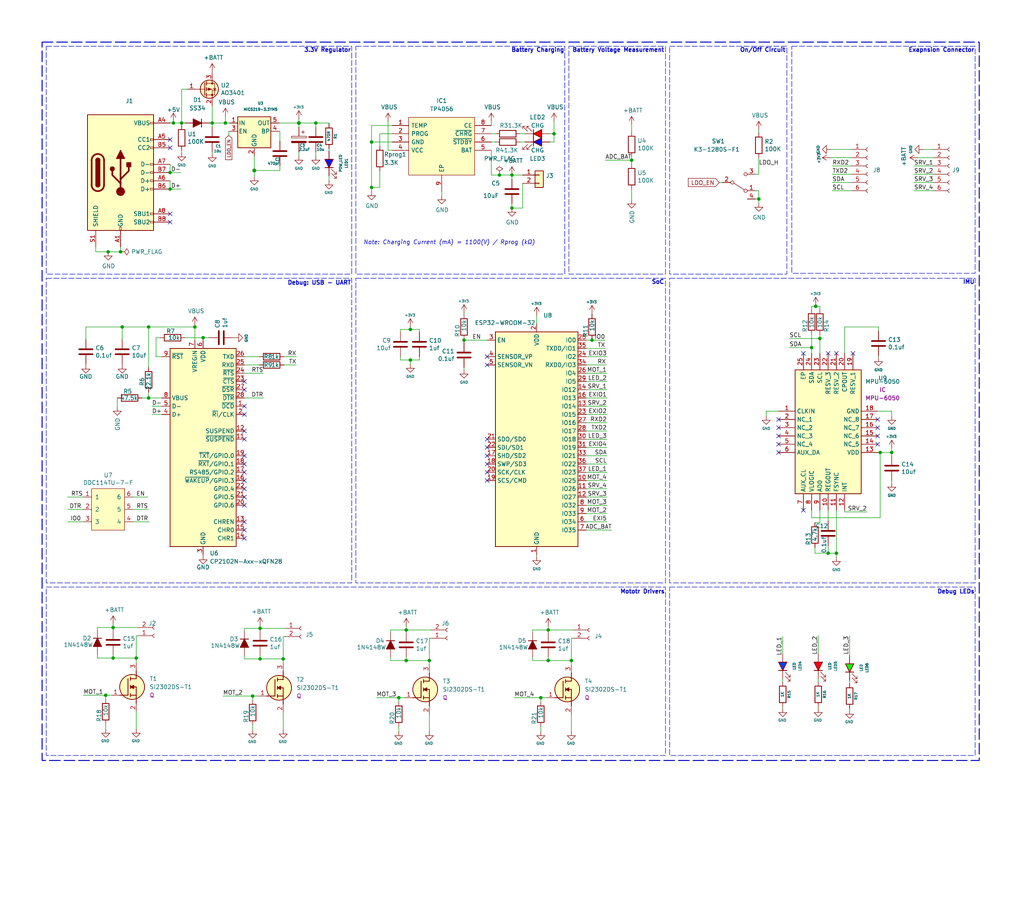
<source format=kicad_sch>
(kicad_sch (version 20231120) (generator "eeschema") (generator_version "8.0")
  (paper "User" 315.011 280.01)
  (title_block (title "ESP Drone") (date "2023-09-10") (rev "1.42b") (company "Jobit Joseph") (comment 1 " Semicon Media Pvt Ltd"))
  (junction (at 32.512 213.868))
  (junction (at 132.08 203.2))
  (junction (at 168.656 193.802))
  (junction (at 62.484 103.886))
  (junction (at 33.274 77.47))
  (junction (at 37.084 77.47))
  (junction (at 182.118 104.648))
  (junction (at 45.72 122.428))
  (junction (at 274.32 139.192))
  (junction (at 80.01 193.294))
  (junction (at 78.232 52.451) (diameter 1.016))
  (junction (at 170.434 41.148))
  (junction (at 166.37 214.63))
  (junction (at 52.324 53.086))
  (junction (at 41.91 202.438))
  (junction (at 97.155 37.846))
  (junction (at 55.88 37.846))
  (junction (at 194.31 49.276))
  (junction (at 124.968 203.2))
  (junction (at 270.764 139.192))
  (junction (at 175.768 203.2))
  (junction (at 252.222 104.14))
  (junction (at 153.67 53.848))
  (junction (at 91.948 37.846) (diameter 1.016))
  (junction (at 124.968 193.802))
  (junction (at 233.426 61.214))
  (junction (at 114.3 43.688))
  (junction (at 34.798 193.04))
  (junction (at 65.278 37.846))
  (junction (at 126.238 101.346))
  (junction (at 69.342 37.846))
  (junction (at 257.302 170.18))
  (junction (at 114.3 57.658))
  (junction (at 168.656 203.2))
  (junction (at 80.01 202.692))
  (junction (at 142.748 104.648))
  (junction (at 249.682 106.934))
  (junction (at 254.762 170.18))
  (junction (at 53.34 37.846))
  (junction (at 37.592 100.584))
  (junction (at 157.48 53.848))
  (junction (at 122.682 214.63))
  (junction (at 250.952 94.234))
  (junction (at 45.72 100.584))
  (junction (at 87.122 202.692))
  (junction (at 34.798 202.438))
  (junction (at 59.944 100.584))
  (junction (at 157.48 64.008))
  (junction (at 52.324 58.166))
  (junction (at 126.238 110.744))
  (junction (at 77.724 214.122))
  (no_connect (at 75.184 140.208))
  (no_connect (at 239.522 139.192))
  (no_connect (at 149.86 137.668))
  (no_connect (at 75.184 119.888))
  (no_connect (at 52.324 42.926))
  (no_connect (at 247.142 156.972))
  (no_connect (at 75.184 147.828))
  (no_connect (at 262.382 108.712))
  (no_connect (at 75.184 145.288))
  (no_connect (at 52.324 65.786))
  (no_connect (at 149.86 147.828))
  (no_connect (at 270.002 136.652))
  (no_connect (at 239.522 134.112))
  (no_connect (at 75.184 127.508))
  (no_connect (at 257.302 108.712))
  (no_connect (at 75.184 163.068))
  (no_connect (at 75.184 132.588))
  (no_connect (at 75.184 155.448))
  (no_connect (at 75.184 165.608))
  (no_connect (at 75.184 160.528))
  (no_connect (at 52.324 68.326))
  (no_connect (at 149.86 109.728))
  (no_connect (at 52.324 45.466))
  (no_connect (at 149.86 112.268))
  (no_connect (at 75.184 135.128))
  (no_connect (at 149.86 135.128))
  (no_connect (at 270.002 129.032))
  (no_connect (at 75.184 150.368))
  (no_connect (at 149.86 145.288))
  (no_connect (at 149.86 142.748))
  (no_connect (at 75.184 142.748))
  (no_connect (at 239.522 131.572))
  (no_connect (at 270.002 131.572))
  (no_connect (at 247.142 108.712))
  (no_connect (at 149.86 140.208))
  (no_connect (at 75.184 152.908))
  (no_connect (at 254.762 108.712))
  (no_connect (at 239.522 129.032))
  (no_connect (at 75.184 117.348))
  (no_connect (at 239.522 136.652))
  (no_connect (at 75.184 124.968))
  (no_connect (at 270.002 134.112))
  (wire (pts (xy 62.484 170.942) (xy 62.484 170.688)))
  (wire (pts (xy 41.91 195.58) (xy 41.91 202.438)))
  (wire (pts (xy 78.232 52.451) (xy 78.232 54.356)))
  (wire (pts (xy 186.69 157.988) (xy 180.34 157.988)))
  (wire (pts (xy 86.106 43.434) (xy 86.106 40.386)))
  (wire (pts (xy 256.032 53.594) (xy 261.874 53.594)))
  (wire (pts (xy 34.798 193.04) (xy 34.798 193.802)))
  (wire (pts (xy 116.84 57.658) (xy 114.3 57.658)))
  (wire (pts (xy 194.31 38.354) (xy 194.31 40.64)))
  (wire (pts (xy 48.006 109.728) (xy 49.784 109.728)))
  (wire (pts (xy 249.682 159.258) (xy 270.764 159.258)))
  (wire (pts (xy 252.222 108.712) (xy 252.222 104.14)))
  (wire (pts (xy 87.122 224.536) (xy 87.122 219.202)))
  (wire (pts (xy 240.792 195.834) (xy 240.792 201.168)))
  (wire (pts (xy 281.178 56.134) (xy 287.02 56.134)))
  (wire (pts (xy 186.182 104.648) (xy 182.118 104.648)))
  (wire (pts (xy 160.782 64.008) (xy 157.48 64.008)))
  (wire (pts (xy 251.714 208.788) (xy 251.714 209.804)))
  (wire (pts (xy 126.238 100.584) (xy 126.238 101.346)))
  (wire (pts (xy 168.656 203.2) (xy 163.83 203.2)))
  (wire (pts (xy 257.302 156.972) (xy 257.302 170.18)))
  (wire (pts (xy 163.83 193.802) (xy 163.83 194.564)))
  (wire (pts (xy 182.118 104.648) (xy 180.34 104.648)))
  (wire (pts (xy 57.658 27.432) (xy 55.88 27.432)))
  (wire (pts (xy 81.026 122.428) (xy 75.184 122.428)))
  (wire (pts (xy 186.69 150.368) (xy 180.34 150.368)))
  (wire (pts (xy 182.118 96.52) (xy 182.118 96.774)))
  (wire (pts (xy 77.724 214.122) (xy 77.724 215.392)))
  (wire (pts (xy 251.714 195.58) (xy 251.714 201.168)))
  (wire (pts (xy 186.69 135.128) (xy 180.34 135.128)))
  (wire (pts (xy 116.84 52.578) (xy 116.84 57.658)))
  (wire (pts (xy 123.19 110.744) (xy 126.238 110.744)))
  (wire (pts (xy 157.48 53.848) (xy 157.48 55.118)))
  (wire (pts (xy 186.182 49.276) (xy 194.31 49.276)))
  (wire (pts (xy 126.238 101.346) (xy 129.032 101.346)))
  (wire (pts (xy 114.3 38.608) (xy 114.3 43.688)))
  (wire (pts (xy 186.436 112.268) (xy 180.34 112.268)))
  (wire (pts (xy 165.1 97.028) (xy 165.1 99.568)))
  (wire (pts (xy 259.842 156.972) (xy 259.842 157.48)))
  (wire (pts (xy 40.894 160.528) (xy 45.974 160.528)))
  (wire (pts (xy 25.654 152.908) (xy 20.828 152.908)))
  (wire (pts (xy 29.972 193.04) (xy 34.798 193.04)))
  (wire (pts (xy 78.232 48.006) (xy 78.232 52.451)))
  (wire (pts (xy 65.278 37.846) (xy 69.342 37.846)))
  (wire (pts (xy 170.434 41.148) (xy 170.434 43.688)))
  (wire (pts (xy 64.262 103.886) (xy 62.484 103.886)))
  (wire (pts (xy 249.682 156.972) (xy 249.682 159.258)))
  (wire (pts (xy 240.792 208.788) (xy 240.792 209.804)))
  (wire (pts (xy 55.88 37.846) (xy 56.896 37.846)))
  (wire (pts (xy 120.142 193.802) (xy 120.142 194.564)))
  (wire (pts (xy 37.592 100.584) (xy 45.72 100.584)))
  (wire (pts (xy 55.88 46.99) (xy 55.88 46.228)))
  (wire (pts (xy 37.084 77.47) (xy 33.274 77.47)))
  (wire (pts (xy 157.48 53.848) (xy 160.782 53.848)))
  (wire (pts (xy 124.968 193.802) (xy 132.588 193.802)))
  (wire (pts (xy 91.948 46.736) (xy 91.948 48.006)))
  (wire (pts (xy 186.69 114.808) (xy 180.34 114.808)))
  (wire (pts (xy 80.01 193.294) (xy 80.01 194.056)))
  (wire (pts (xy 101.219 38.1) (xy 101.219 37.846)))
  (wire (pts (xy 87.122 195.834) (xy 87.63 195.834)))
  (wire (pts (xy 194.31 48.26) (xy 194.31 49.276)))
  (wire (pts (xy 34.29 213.868) (xy 32.512 213.868)))
  (wire (pts (xy 160.02 43.688) (xy 161.544 43.688)))
  (wire (pts (xy 37.592 112.268) (xy 37.592 112.014)))
  (wire (pts (xy 36.068 125.222) (xy 36.068 122.428)))
  (wire (pts (xy 49.276 103.886) (xy 48.006 103.886)))
  (wire (pts (xy 176.276 193.802) (xy 168.656 193.802)))
  (wire (pts (xy 79.502 214.122) (xy 77.724 214.122)))
  (wire (pts (xy 132.08 203.2) (xy 132.08 204.47)))
  (wire (pts (xy 186.69 160.528) (xy 180.34 160.528)))
  (wire (pts (xy 186.69 132.588) (xy 180.34 132.588)))
  (wire (pts (xy 116.84 41.148) (xy 120.65 41.148)))
  (wire (pts (xy 168.656 202.184) (xy 168.656 203.2)))
  (wire (pts (xy 274.32 148.59) (xy 274.32 147.828)))
  (wire (pts (xy 186.69 124.968) (xy 180.34 124.968)))
  (wire (pts (xy 115.824 214.63) (xy 122.682 214.63)))
  (wire (pts (xy 166.37 214.63) (xy 166.37 215.9)))
  (wire (pts (xy 186.69 155.448) (xy 180.34 155.448)))
  (wire (pts (xy 65.278 37.846) (xy 65.278 39.116)))
  (wire (pts (xy 70.358 41.656) (xy 70.358 40.386)))
  (wire (pts (xy 25.654 156.718) (xy 20.828 156.718)))
  (wire (pts (xy 29.972 193.04) (xy 29.972 193.802)))
  (wire (pts (xy 186.69 147.828) (xy 180.34 147.828)))
  (wire (pts (xy 45.72 100.584) (xy 45.72 113.03)))
  (wire (pts (xy 52.324 55.626) (xy 52.324 58.166)))
  (wire (pts (xy 129.032 101.346) (xy 129.032 102.108)))
  (wire (pts (xy 274.32 137.922) (xy 274.32 139.192)))
  (wire (pts (xy 186.69 109.728) (xy 180.34 109.728)))
  (wire (pts (xy 129.032 110.744) (xy 129.032 109.728)))
  (wire (pts (xy 257.302 171.45) (xy 257.302 170.18)))
  (wire (pts (xy 91.948 37.846) (xy 91.948 39.116)))
  (wire (pts (xy 270.002 139.192) (xy 270.764 139.192)))
  (wire (pts (xy 25.654 213.868) (xy 32.512 213.868)))
  (wire (pts (xy 87.63 193.294) (xy 80.01 193.294)))
  (wire (pts (xy 254.762 160.274) (xy 254.762 156.972)))
  (wire (pts (xy 120.65 38.608) (xy 114.3 38.608)))
  (wire (pts (xy 34.798 192.024) (xy 34.798 193.04)))
  (wire (pts (xy 151.13 41.148) (xy 152.4 41.148)))
  (wire (pts (xy 135.89 60.198) (xy 135.89 58.928)))
  (wire (pts (xy 151.13 37.338) (xy 151.13 38.608)))
  (wire (pts (xy 169.164 43.688) (xy 170.434 43.688)))
  (wire (pts (xy 45.72 100.584) (xy 59.944 100.584)))
  (wire (pts (xy 46.736 127.508) (xy 49.784 127.508)))
  (wire (pts (xy 186.69 122.428) (xy 180.34 122.428)))
  (wire (pts (xy 270.256 100.584) (xy 270.256 101.854)))
  (wire (pts (xy 119.38 37.338) (xy 119.38 46.228)))
  (wire (pts (xy 52.324 53.086) (xy 55.626 53.086)))
  (wire (pts (xy 186.69 152.908) (xy 180.34 152.908)))
  (wire (pts (xy 124.968 193.802) (xy 124.968 194.564)))
  (wire (pts (xy 40.894 152.908) (xy 45.466 152.908)))
  (wire (pts (xy 26.416 112.268) (xy 26.416 112.014)))
  (wire (pts (xy 59.944 100.584) (xy 59.944 104.648)))
  (wire (pts (xy 53.34 37.338) (xy 53.34 37.846)))
  (wire (pts (xy 124.968 193.802) (xy 120.142 193.802)))
  (wire (pts (xy 239.522 126.492) (xy 235.712 126.492)))
  (wire (pts (xy 65.278 22.098) (xy 65.278 22.352)))
  (wire (pts (xy 75.184 202.692) (xy 75.184 201.676)))
  (wire (pts (xy 32.512 224.282) (xy 32.512 222.758)))
  (wire (pts (xy 91.186 112.268) (xy 87.376 112.268)))
  (wire (pts (xy 124.46 214.63) (xy 122.682 214.63)))
  (wire (pts (xy 259.842 157.48) (xy 266.7 157.48)))
  (wire (pts (xy 142.748 113.792) (xy 142.748 113.03)))
  (wire (pts (xy 114.3 57.658) (xy 114.3 58.928)))
  (wire (pts (xy 249.682 94.234) (xy 250.952 94.234)))
  (wire (pts (xy 256.032 51.054) (xy 261.874 51.054)))
  (wire (pts (xy 132.08 225.044) (xy 132.08 219.71)))
  (wire (pts (xy 242.824 104.14) (xy 252.222 104.14)))
  (wire (pts (xy 80.01 192.532) (xy 80.01 193.294)))
  (wire (pts (xy 157.48 64.008) (xy 157.48 62.738)))
  (wire (pts (xy 68.58 214.122) (xy 77.724 214.122)))
  (wire (pts (xy 163.83 203.2) (xy 163.83 202.184)))
  (wire (pts (xy 101.219 54.102) (xy 101.219 55.626)))
  (wire (pts (xy 233.426 48.514) (xy 233.426 53.594)))
  (wire (pts (xy 252.222 95.25) (xy 252.222 94.234)))
  (wire (pts (xy 186.69 145.288) (xy 180.34 145.288)))
  (wire (pts (xy 79.756 109.728) (xy 75.184 109.728)))
  (wire (pts (xy 165.1 171.196) (xy 165.1 170.688)))
  (wire (pts (xy 41.91 224.282) (xy 41.91 218.948)))
  (wire (pts (xy 52.324 58.166) (xy 55.626 58.166)))
  (wire (pts (xy 282.448 48.514) (xy 287.02 48.514)))
  (wire (pts (xy 168.656 192.786) (xy 168.656 193.802)))
  (wire (pts (xy 41.91 202.438) (xy 34.798 202.438)))
  (wire (pts (xy 34.798 193.04) (xy 42.418 193.04)))
  (wire (pts (xy 281.178 51.054) (xy 287.02 51.054)))
  (wire (pts (xy 91.948 37.846) (xy 97.155 37.846)))
  (wire (pts (xy 194.31 49.276) (xy 194.31 50.546)))
  (wire (pts (xy 194.31 61.468) (xy 194.31 58.166)))
  (wire (pts (xy 274.32 128.016) (xy 274.32 126.492)))
  (wire (pts (xy 254.762 170.18) (xy 257.302 170.18)))
  (wire (pts (xy 70.358 40.386) (xy 70.612 40.386)))
  (wire (pts (xy 186.69 127.508) (xy 180.34 127.508)))
  (wire (pts (xy 274.32 139.192) (xy 274.32 140.208)))
  (wire (pts (xy 270.764 139.192) (xy 274.32 139.192)))
  (wire (pts (xy 86.106 51.054) (xy 86.106 52.451)))
  (wire (pts (xy 252.222 160.782) (xy 252.222 156.972)))
  (wire (pts (xy 132.588 196.342) (xy 132.08 196.342)))
  (wire (pts (xy 80.01 202.692) (xy 75.184 202.692)))
  (wire (pts (xy 175.768 203.2) (xy 168.656 203.2)))
  (wire (pts (xy 37.592 100.584) (xy 37.592 104.394)))
  (wire (pts (xy 80.01 201.676) (xy 80.01 202.692)))
  (wire (pts (xy 233.426 39.878) (xy 233.426 40.894)))
  (wire (pts (xy 249.682 102.87) (xy 249.682 106.934)))
  (wire (pts (xy 29.464 77.47) (xy 33.274 77.47)))
  (wire (pts (xy 142.748 104.394) (xy 142.748 104.648)))
  (wire (pts (xy 261.366 195.58) (xy 261.366 201.676)))
  (wire (pts (xy 142.748 104.648) (xy 149.86 104.648)))
  (wire (pts (xy 55.88 27.432) (xy 55.88 37.846)))
  (wire (pts (xy 26.416 104.394) (xy 26.416 100.584)))
  (wire (pts (xy 97.155 37.846) (xy 101.219 37.846)))
  (wire (pts (xy 242.824 106.934) (xy 249.682 106.934)))
  (wire (pts (xy 232.41 58.674) (xy 233.426 58.674)))
  (wire (pts (xy 142.748 104.648) (xy 142.748 105.41)))
  (wire (pts (xy 249.682 108.712) (xy 249.682 106.934)))
  (wire (pts (xy 46.736 124.968) (xy 49.784 124.968)))
  (wire (pts (xy 120.65 43.688) (xy 114.3 43.688)))
  (wire (pts (xy 29.972 202.438) (xy 29.972 201.422)))
  (wire (pts (xy 233.426 58.674) (xy 233.426 61.214)))
  (wire (pts (xy 250.698 160.782) (xy 252.222 160.782)))
  (wire (pts (xy 168.656 193.802) (xy 163.83 193.802)))
  (wire (pts (xy 186.69 140.208) (xy 180.34 140.208)))
  (wire (pts (xy 259.842 100.584) (xy 270.256 100.584)))
  (wire (pts (xy 232.41 61.214) (xy 233.426 61.214)))
  (wire (pts (xy 188.214 163.068) (xy 180.34 163.068)))
  (wire (pts (xy 124.968 203.2) (xy 120.142 203.2)))
  (wire (pts (xy 65.278 32.512) (xy 65.278 37.846)))
  (wire (pts (xy 186.182 107.188) (xy 180.34 107.188)))
  (wire (pts (xy 256.032 56.134) (xy 261.874 56.134)))
  (wire (pts (xy 43.688 122.428) (xy 45.72 122.428)))
  (wire (pts (xy 259.842 108.712) (xy 259.842 100.584)))
  (wire (pts (xy 41.91 202.438) (xy 41.91 203.708)))
  (wire (pts (xy 45.72 120.65) (xy 45.72 122.428)))
  (wire (pts (xy 32.512 213.868) (xy 32.512 215.138)))
  (wire (pts (xy 59.944 100.076) (xy 59.944 100.584)))
  (wire (pts (xy 56.896 103.886) (xy 62.484 103.886)))
  (wire (pts (xy 182.118 104.394) (xy 182.118 104.648)))
  (wire (pts (xy 274.32 126.492) (xy 270.002 126.492)))
  (wire (pts (xy 48.006 103.886) (xy 48.006 109.728)))
  (wire (pts (xy 186.69 119.888) (xy 180.34 119.888)))
  (wire (pts (xy 52.324 50.546) (xy 52.324 53.086)))
  (wire (pts (xy 77.724 224.536) (xy 77.724 223.012)))
  (wire (pts (xy 281.178 58.674) (xy 287.02 58.674)))
  (wire (pts (xy 86.106 52.451) (xy 78.232 52.451)))
  (wire (pts (xy 175.768 203.2) (xy 175.768 204.47)))
  (wire (pts (xy 250.698 168.402) (xy 250.698 170.18)))
  (wire (pts (xy 151.13 46.228) (xy 151.13 53.848)))
  (wire (pts (xy 116.84 44.958) (xy 116.84 41.148)))
  (wire (pts (xy 283.972 45.974) (xy 287.02 45.974)))
  (wire (pts (xy 249.682 95.25) (xy 249.682 94.234)))
  (wire (pts (xy 34.798 202.438) (xy 29.972 202.438)))
  (wire (pts (xy 42.418 195.58) (xy 41.91 195.58)))
  (wire (pts (xy 101.219 45.72) (xy 101.219 46.482)))
  (wire (pts (xy 69.342 37.846) (xy 70.612 37.846)))
  (wire (pts (xy 186.69 130.048) (xy 180.34 130.048)))
  (wire (pts (xy 45.72 122.428) (xy 49.784 122.428)))
  (wire (pts (xy 251.714 217.932) (xy 251.714 217.424)))
  (wire (pts (xy 123.19 101.346) (xy 126.238 101.346)))
  (wire (pts (xy 97.155 39.116) (xy 97.155 37.846)))
  (wire (pts (xy 86.106 40.386) (xy 85.852 40.386)))
  (wire (pts (xy 79.756 112.268) (xy 75.184 112.268)))
  (wire (pts (xy 158.242 214.63) (xy 166.37 214.63)))
  (wire (pts (xy 175.768 225.044) (xy 175.768 219.71)))
  (wire (pts (xy 52.324 37.846) (xy 53.34 37.846)))
  (wire (pts (xy 168.656 193.802) (xy 168.656 194.564)))
  (wire (pts (xy 87.122 202.692) (xy 80.01 202.692)))
  (wire (pts (xy 123.19 109.728) (xy 123.19 110.744)))
  (wire (pts (xy 114.3 43.688) (xy 114.3 57.658)))
  (wire (pts (xy 120.65 46.228) (xy 119.38 46.228)))
  (wire (pts (xy 29.464 75.946) (xy 29.464 77.47)))
  (wire (pts (xy 252.222 102.87) (xy 252.222 104.14)))
  (wire (pts (xy 34.798 201.422) (xy 34.798 202.438)))
  (wire (pts (xy 97.155 46.736) (xy 97.155 48.006)))
  (wire (pts (xy 255.524 45.974) (xy 261.874 45.974)))
  (wire (pts (xy 123.19 102.108) (xy 123.19 101.346)))
  (wire (pts (xy 124.968 192.786) (xy 124.968 193.802)))
  (wire (pts (xy 91.186 109.728) (xy 87.376 109.728)))
  (wire (pts (xy 75.184 193.294) (xy 75.184 194.056)))
  (wire (pts (xy 72.136 103.886) (xy 71.882 103.886)))
  (wire (pts (xy 175.768 196.342) (xy 176.276 196.342)))
  (wire (pts (xy 232.41 53.594) (xy 233.426 53.594)))
  (wire (pts (xy 175.768 196.342) (xy 175.768 203.2)))
  (wire (pts (xy 37.084 75.946) (xy 37.084 77.47)))
  (wire (pts (xy 170.434 37.338) (xy 170.434 41.148)))
  (wire (pts (xy 270.764 159.258) (xy 270.764 139.192)))
  (wire (pts (xy 80.01 193.294) (xy 75.184 193.294)))
  (wire (pts (xy 87.122 195.834) (xy 87.122 202.692)))
  (wire (pts (xy 166.37 225.044) (xy 166.37 223.52)))
  (wire (pts (xy 169.164 41.148) (xy 170.434 41.148)))
  (wire (pts (xy 124.968 202.184) (xy 124.968 203.2)))
  (wire (pts (xy 281.178 53.594) (xy 287.02 53.594)))
  (wire (pts (xy 186.69 142.748) (xy 180.34 142.748)))
  (wire (pts (xy 87.122 202.692) (xy 87.122 203.962)))
  (wire (pts (xy 120.142 203.2) (xy 120.142 202.184)))
  (wire (pts (xy 85.852 37.846) (xy 91.948 37.846)))
  (wire (pts (xy 26.416 100.584) (xy 37.592 100.584)))
  (wire (pts (xy 153.67 53.848) (xy 157.48 53.848)))
  (wire (pts (xy 65.278 46.736) (xy 65.278 47.244)))
  (wire (pts (xy 151.13 53.848) (xy 153.67 53.848)))
  (wire (pts (xy 132.08 203.2) (xy 124.968 203.2)))
  (wire (pts (xy 69.342 35.814) (xy 69.342 37.846)))
  (wire (pts (xy 186.69 137.668) (xy 180.34 137.668)))
  (wire (pts (xy 250.698 170.18) (xy 254.762 170.18)))
  (wire (pts (xy 235.712 126.492) (xy 235.712 128.016)))
  (wire (pts (xy 222.25 56.134) (xy 221.234 56.134)))
  (wire (pts (xy 252.222 94.234) (xy 250.952 94.234)))
  (wire (pts (xy 126.238 110.744) (xy 129.032 110.744)))
  (wire (pts (xy 64.516 37.846) (xy 65.278 37.846)))
  (wire (pts (xy 126.238 110.744) (xy 126.238 112.014)))
  (wire (pts (xy 142.748 96.266) (xy 142.748 96.774)))
  (wire (pts (xy 151.13 43.688) (xy 152.4 43.688)))
  (wire (pts (xy 261.366 218.44) (xy 261.366 217.932)))
  (wire (pts (xy 270.256 109.982) (xy 270.256 109.474)))
  (wire (pts (xy 40.894 156.718) (xy 45.72 156.718)))
  (wire (pts (xy 132.08 196.342) (xy 132.08 203.2)))
  (wire (pts (xy 81.026 114.808) (xy 75.184 114.808)))
  (wire (pts (xy 55.88 37.846) (xy 55.88 38.608)))
  (wire (pts (xy 186.69 117.348) (xy 180.34 117.348)))
  (wire (pts (xy 53.34 37.846) (xy 55.88 37.846)))
  (wire (pts (xy 254.762 167.894) (xy 254.762 170.18)))
  (wire (pts (xy 240.792 217.932) (xy 240.792 217.424)))
  (wire (pts (xy 250.952 94.234) (xy 250.952 93.98)))
  (wire (pts (xy 25.654 160.528) (xy 20.828 160.528)))
  (wire (pts (xy 91.948 36.576) (xy 91.948 37.846)))
  (wire (pts (xy 255.524 48.514) (xy 261.874 48.514)))
  (wire (pts (xy 122.682 225.044) (xy 122.682 223.52)))
  (wire (pts (xy 160.02 41.148) (xy 161.544 41.148)))
  (wire (pts (xy 168.148 214.63) (xy 166.37 214.63)))
  (wire (pts (xy 256.032 58.674) (xy 261.874 58.674)))
  (wire (pts (xy 122.682 214.63) (xy 122.682 215.9)))
  (wire (pts (xy 62.484 104.648) (xy 62.484 103.886)))
  (wire (pts (xy 233.426 61.214) (xy 233.426 62.484)))
  (wire (pts (xy 261.366 209.296) (xy 261.366 210.312)))
  (wire (pts (xy 160.782 56.388) (xy 160.782 64.008)))
  (rectangle (start 205.994 14.224) (end 242.062 84.328) (stroke (width 0) (type dash)))
  (rectangle (start 243.586 14.224) (end 299.974 84.074) (stroke (width 0) (type dash)))
  (rectangle (start 205.994 85.598) (end 299.974 179.324) (stroke (width 0) (type dash)))
  (rectangle (start 175.006 14.224) (end 204.724 84.328) (stroke (width 0) (type dash)))
  (rectangle (start 14.224 85.598) (end 108.204 179.324) (stroke (width 0) (type dash)))
  (rectangle (start 14.224 14.224) (end 108.204 84.328) (stroke (width 0) (type dash)))
  (rectangle (start 205.994 180.594) (end 299.974 232.41) (stroke (width 0) (type dash)))
  (rectangle (start 109.474 85.598) (end 204.724 179.324) (stroke (width 0) (type dash)))
  (rectangle (start 14.224 180.594) (end 204.724 232.41) (stroke (width 0) (type dash)))
  (rectangle (start 12.954 12.954) (end 301.244 233.934) (stroke (width 0.3) (type dash)))
  (rectangle (start 109.474 14.224) (end 173.736 84.328) (stroke (width 0) (type dash)))
  (text "SoC" (at 200.406 87.63 0) (effects (font (size 1.27 1.27) (thickness 0.254) (bold yes)) (justify left bottom)))
  (text "Battery Voltage Measurement" (at 176.022 16.256 0) (effects (font (size 1.27 1.27) (thickness 0.254) (bold yes)) (justify left bottom)))
  (text "IMU" (at 296.164 87.63 0) (effects (font (size 1.27 1.27) (thickness 0.254) (bold yes)) (justify left bottom)))
  (text "Mototr Drivers" (at 190.754 182.88 0) (effects (font (size 1.27 1.27) (thickness 0.254) (bold yes)) (justify left bottom)))
  (text "Battery Charging" (at 157.226 16.256 0) (effects (font (size 1.27 1.27) (thickness 0.254) (bold yes)) (justify left bottom)))
  (text "Debug LEDs" (at 288.29 182.88 0) (effects (font (size 1.27 1.27) (thickness 0.254) (bold yes)) (justify left bottom)))
  (text "Debug: USB - UART" (at 88.392 87.884 0) (effects (font (size 1.27 1.27) (thickness 0.254) (bold yes)) (justify left bottom)))
  (text "Exapnsion Connector" (at 279.4 16.256 0) (effects (font (size 1.27 1.27) (thickness 0.254) (bold yes)) (justify left bottom)))
  (text "3.3V Regulator" (at 93.472 16.256 0) (effects (font (size 1.27 1.27) (thickness 0.254) (bold yes)) (justify left bottom)))
  (text "Note: Charging Current (mA) = 1100(V) / Rprog (kΩ)" (at 111.76 75.438 0) (effects (font (size 1.27 1.27) (italic yes)) (justify left bottom)))
  (text "On/Off Circuit" (at 227.584 16.256 0) (effects (font (size 1.27 1.27) (thickness 0.254) (bold yes)) (justify left bottom)))
  (label "ADC_BAT" (at 186.182 49.276 0))
  (label "LED_2" (at 251.714 195.58 270))
  (label "SRV_4" (at 281.178 58.674 0))
  (label "EN" (at 41.91 152.908 0))
  (label "MOT_1" (at 186.69 114.808 180))
  (label "DTR" (at 21.336 156.718 0))
  (label "SCL" (at 256.032 58.674 0))
  (label "MOT_4" (at 158.242 214.63 0))
  (label "SDA" (at 186.69 140.208 180))
  (label "SRV_1" (at 186.69 119.888 180))
  (label "MOT_3" (at 186.69 155.448 180))
  (label "TX" (at 186.182 107.188 180))
  (label "MOT_3" (at 115.824 214.63 0))
  (label "RTS" (at 81.026 114.808 180))
  (label "MOT_2" (at 186.69 157.988 180))
  (label "SCL" (at 186.69 142.748 180))
  (label "EXIO3" (at 186.69 109.728 180))
  (label "D-" (at 46.736 124.968 0))
  (label "TXD2" (at 256.032 53.594 0))
  (label "SRV_3" (at 281.178 56.134 0))
  (label "RX" (at 186.436 112.268 180))
  (label "SDA" (at 256.032 56.134 0))
  (label "RTS" (at 21.844 152.908 0))
  (label "EXI5" (at 186.69 160.528 180))
  (label "IO0" (at 186.182 104.648 180))
  (label "EXIO2" (at 186.69 127.508 180))
  (label "SRV_4" (at 186.69 150.368 180))
  (label "TXD2" (at 186.69 132.588 180))
  (label "SRV_1" (at 281.178 51.054 0))
  (label "SDA" (at 242.824 106.934 0))
  (label "D-" (at 55.626 53.086 180))
  (label "MOT_1" (at 25.654 213.868 0))
  (label "LED_1" (at 186.69 145.288 180))
  (label "MOT_2" (at 68.58 214.122 0))
  (label "ADC_BAT" (at 188.214 163.068 180))
  (label "LED_2" (at 186.69 117.348 180))
  (label "D+" (at 46.736 127.508 0))
  (label "EXIO4" (at 186.69 137.668 180))
  (label "SCL" (at 242.824 104.14 0))
  (label "LED_3" (at 261.366 195.58 270))
  (label "EXIO1" (at 186.69 122.428 180))
  (label "IO0" (at 21.59 160.528 0))
  (label "LED_3" (at 186.69 135.128 180))
  (label "SRV_2" (at 186.69 124.968 180))
  (label "SRV_2" (at 281.178 53.594 0))
  (label "RXD2" (at 256.032 51.054 0))
  (label "DTR" (at 41.91 160.528 0))
  (label "SRV_2" (at 266.7 157.48 180))
  (label "EN" (at 145.288 104.648 0))
  (label "D+" (at 55.626 58.166 180))
  (label "RXD2" (at 186.69 130.048 180))
  (label "DTR" (at 81.026 122.428 180))
  (label "RTS" (at 41.91 156.718 0))
  (label "SRV_3" (at 186.69 152.908 180))
  (label "MOT_4" (at 186.69 147.828 180))
  (label "LDO_H" (at 233.426 51.054 0))
  (label "LED_1" (at 240.792 195.834 270))
  (label "TX" (at 91.186 112.268 180))
  (label "RX" (at 91.186 109.728 180))
  (global_label "LDO_EN" (shape input) (at 70.358 41.656 270) (effects (font (size 1 1))) (property "Intersheetrefs" "${INTERSHEET_REFS}" (effects (hide yes))))
  (global_label "LDO_EN" (shape input) (at 221.234 56.134 180) (property "Intersheetrefs" "${INTERSHEET_REFS}" (effects (hide yes))))
  (symbol (lib_id "power:+3V3") (at 182.118 96.52 0) (unit 1)
    (property "Reference" "#PWR037" (effects (hide yes)))
    (property "Value" "+3V3" (at 181.991 92.8878 0) (effects (font (size 0.8 0.8))))
  )
  (symbol (lib_id "Connector:Conn_01x06_Female") (at 266.954 51.054 0) (unit 1)
    (property "Reference" "J8" (at 268.478 52.3239 0) (effects (justify left)))
    (property "Value" "Conn_01x06_Female" (effects (hide yes)))
    (property "Footprint" "Connector_PinHeader_2.54mm:PinHeader_1x06_P2.54mm_Vertical" (effects (hide yes)))
  )
  (symbol (lib_id "Device:R") (at 83.566 109.728 90) (unit 1)
    (property "Reference" "R8" (at 83.82 109.728 90) (effects (justify left)))
    (property "Value" "1k" (at 85.852 109.728 90) (effects (justify left)))
    (property "Footprint" "Resistor_SMD:R_0603_1608Metric" (effects (hide yes)))
  )
  (symbol (lib_id "power:+BATT") (at 80.01 192.532 0) (unit 1)
    (property "Reference" "#PWR0101" (effects (hide yes)))
    (property "Value" "+BATT" (at 80.391 188.1378 0))
  )
  (symbol (lib_id "power:+BATT") (at 124.968 192.786 0) (unit 1)
    (property "Reference" "#PWR0102" (effects (hide yes)))
    (property "Value" "+BATT" (at 125.349 188.3918 0))
  )
  (symbol (lib_id "power:GND") (at 261.366 218.44 0) (unit 1)
    (property "Reference" "#PWR047" (effects (hide yes)))
    (property "Value" "GND" (at 261.239 222.0722 0) (effects (font (size 0.8 0.8))))
  )
  (symbol (lib_id "power:GND") (at 165.1 171.196 0) (unit 1)
    (property "Reference" "#PWR036" (effects (hide yes)))
    (property "Value" "GND" (at 165.1 175.006 0) (effects (font (size 0.8 0.8))))
  )
  (symbol (lib_id "power:VBUS") (at 69.342 35.814 0) (unit 1)
    (property "Reference" "#PWR06" (effects (hide yes)))
    (property "Value" "VBUS" (at 69.723 31.4198 0))
  )
  (symbol (lib_id "Device:C") (at 274.32 144.018 0) (unit 1)
    (property "Reference" "C14" (at 277.241 142.8496 0) (effects (justify left)))
    (property "Value" "10uf" (at 277.241 145.161 0) (effects (justify left)))
    (property "Footprint" "Capacitor_SMD:C_0603_1608Metric" (effects (hide yes)))
  )
  (symbol (lib_id "Device:C") (at 129.032 105.918 0) (unit 1)
    (property "Reference" "C10" (at 131.953 104.7496 0) (effects (justify left)))
    (property "Value" "1uf" (at 131.953 107.061 0) (effects (justify left)))
    (property "Footprint" "Capacitor_SMD:C_0603_1608Metric" (effects (hide yes)))
  )
  (symbol (lib_id "power:GND") (at 41.91 224.282 0) (unit 1)
    (property "Reference" "#PWR049" (effects (hide yes)))
    (property "Value" "GND" (at 41.783 227.9142 0) (effects (font (size 0.8 0.8))))
  )
  (symbol (lib_name "SI2302DS-T1_3") (lib_id "SI2302DS-T1:SI2302DS-T1") (at 124.46 214.63 0) (unit 1)
    (property "Reference" "T3" (at 136.144 209.5499 0) (effects (justify left)))
    (property "Value" "SI2302DS-T1" (at 136.144 212.0899 0) (effects (justify left)))
    (property "Footprint" "SI2302DS-T1:SOT95P237X112-3N" (effects (hide yes)))
    (property "Reference_1" "Q" (at 136.144 214.6299 0) (effects (justify left)))
    (property "Value_1" "SI2302DS-T1" (effects (hide yes)))
    (property "Footprint_1" "SOT95P237X112-3N" (effects (hide yes)))
    (property "Datasheet_1" "https://4donline.ihs.com/images/VipMasterIC/IC/SILX/SILXS08192/SILXS08192-1.pdf?hkey=EF798316E3902B6ED9A73243A3159BB0" (effects (hide yes)))
    (property "Height" "1.12" (effects (hide yes)))
    (property "Mouser Part Number" "781-SI2302DS" (effects (hide yes)))
    (property "Mouser Price/Stock" "https://www.mouser.co.uk/ProductDetail/Vishay-Siliconix/SI2302DS-T1?qs=Vtbibb3IBkf5ybaLingfiw%3D%3D" (effects (hide yes)))
    (property "Manufacturer_Name" "Vishay" (effects (hide yes)))
    (property "Manufacturer_Part_Number" "SI2302DS-T1" (effects (hide yes)))
  )
  (symbol (lib_id "power:GND") (at 235.712 128.016 0) (unit 1)
    (property "Reference" "#PWR038" (effects (hide yes)))
    (property "Value" "GND" (at 235.712 131.826 0) (effects (font (size 0.8 0.8))))
  )
  (symbol (lib_id "power:GND") (at 255.524 45.974 270) (unit 1)
    (property "Reference" "#PWR056" (effects (hide yes)))
    (property "Value" "GND" (at 251.714 45.974 0) (effects (font (size 0.8 0.8))))
  )
  (symbol (lib_name "SI2302DS-T1_1") (lib_id "SI2302DS-T1:SI2302DS-T1") (at 34.29 213.868 0) (unit 1)
    (property "Reference" "T1" (at 45.974 208.7879 0) (effects (justify left)))
    (property "Value" "SI2302DS-T1" (at 45.974 211.3279 0) (effects (justify left)))
    (property "Footprint" "SI2302DS-T1:SOT95P237X112-3N" (effects (hide yes)))
    (property "Reference_1" "Q" (at 45.974 213.8679 0) (effects (justify left)))
    (property "Value_1" "SI2302DS-T1" (effects (hide yes)))
    (property "Footprint_1" "SOT95P237X112-3N" (effects (hide yes)))
    (property "Datasheet_1" "https://4donline.ihs.com/images/VipMasterIC/IC/SILX/SILXS08192/SILXS08192-1.pdf?hkey=EF798316E3902B6ED9A73243A3159BB0" (effects (hide yes)))
    (property "Height" "1.12" (effects (hide yes)))
    (property "Mouser Part Number" "781-SI2302DS" (effects (hide yes)))
    (property "Mouser Price/Stock" "https://www.mouser.co.uk/ProductDetail/Vishay-Siliconix/SI2302DS-T1?qs=Vtbibb3IBkf5ybaLingfiw%3D%3D" (effects (hide yes)))
    (property "Manufacturer_Name" "Vishay" (effects (hide yes)))
    (property "Manufacturer_Part_Number" "SI2302DS-T1" (effects (hide yes)))
  )
  (symbol (lib_id "Device:R") (at 182.118 100.584 180) (unit 1)
    (property "Reference" "R11" (at 180.086 99.822 90) (effects (justify left)))
    (property "Value" "10k" (at 182.118 98.298 90) (effects (justify left)))
    (property "Footprint" "Resistor_SMD:R_0603_1608Metric" (effects (hide yes)))
  )
  (symbol (lib_id "Device:R") (at 101.219 41.91 180) (unit 1)
    (property "Reference" "R1" (at 103.1748 41.91 90) (effects (font (size 0.8 0.8))))
    (property "Value" "470R" (at 101.1174 41.91 90) (effects (font (size 0.8 0.8))))
    (property "Footprint" "Resistor_SMD:R_0603_1608Metric" (effects (hide yes)))
  )
  (symbol (lib_id "Connector:Conn_01x06_Female") (at 292.1 51.054 0) (unit 1)
    (property "Reference" "J9" (at 292.862 52.3239 0) (effects (justify left)))
    (property "Value" "Conn_01x06_Female" (effects (hide yes)))
    (property "Footprint" "Connector_PinHeader_2.54mm:PinHeader_1x06_P2.54mm_Vertical" (effects (hide yes)))
  )
  (symbol (lib_id "power:+3V3") (at 126.238 100.584 0) (unit 1)
    (property "Reference" "#PWR031" (effects (hide yes)))
    (property "Value" "+3V3" (at 126.111 96.9518 0) (effects (font (size 0.8 0.8))))
  )
  (symbol (lib_id "power:GND") (at 135.89 60.198 0) (unit 1)
    (property "Reference" "#PWR020" (effects (hide yes)))
    (property "Value" "GND" (at 136.017 64.5922 0))
  )
  (symbol (lib_id "power:GND") (at 233.426 62.484 0) (unit 1)
    (property "Reference" "#PWR017" (effects (hide yes)))
    (property "Value" "GND" (at 233.553 66.8782 0))
  )
  (symbol (lib_id "Device:C") (at 37.592 108.204 0) (unit 1)
    (property "Reference" "C7" (at 40.513 107.0356 0) (effects (justify left)))
    (property "Value" "10uf" (at 40.513 109.347 0) (effects (justify left)))
    (property "Footprint" "Capacitor_SMD:C_0603_1608Metric" (effects (hide yes)))
  )
  (symbol (lib_id "Device:C") (at 123.19 105.918 0) (mirror y) (unit 1)
    (property "Reference" "C9" (at 120.269 104.7496 0) (effects (justify left)))
    (property "Value" "10uf" (at 120.269 107.061 0) (effects (justify left)))
    (property "Footprint" "Capacitor_SMD:C_0603_1608Metric" (effects (hide yes)))
  )
  (symbol (lib_id "Device:R") (at 194.31 44.45 0) (unit 1)
    (property "Reference" "U4" (at 196.088 43.2816 0) (effects (justify left)))
    (property "Value" "100K" (at 196.088 45.593 0) (effects (justify left)))
    (property "Footprint" "Resistor_SMD:R_0603_1608Metric" (effects (hide yes)))
  )
  (symbol (lib_id "power:+BATT") (at 34.798 192.024 0) (unit 1)
    (property "Reference" "#PWR0104" (effects (hide yes)))
    (property "Value" "+BATT" (at 35.179 187.6298 0))
  )
  (symbol (lib_name "SI2302DS-T1_2") (lib_id "SI2302DS-T1:SI2302DS-T1") (at 79.502 214.122 0) (unit 1)
    (property "Reference" "T2" (at 91.186 209.0419 0) (effects (justify left)))
    (property "Value" "SI2302DS-T1" (at 91.186 211.5819 0) (effects (justify left)))
    (property "Footprint" "SI2302DS-T1:SOT95P237X112-3N" (effects (hide yes)))
    (property "Reference_1" "Q" (at 91.186 214.1219 0) (effects (justify left)))
    (property "Value_1" "SI2302DS-T1" (effects (hide yes)))
    (property "Footprint_1" "SOT95P237X112-3N" (effects (hide yes)))
    (property "Datasheet_1" "https://4donline.ihs.com/images/VipMasterIC/IC/SILX/SILXS08192/SILXS08192-1.pdf?hkey=EF798316E3902B6ED9A73243A3159BB0" (effects (hide yes)))
    (property "Height" "1.12" (effects (hide yes)))
    (property "Mouser Part Number" "781-SI2302DS" (effects (hide yes)))
    (property "Mouser Price/Stock" "https://www.mouser.co.uk/ProductDetail/Vishay-Siliconix/SI2302DS-T1?qs=Vtbibb3IBkf5ybaLingfiw%3D%3D" (effects (hide yes)))
    (property "Manufacturer_Name" "Vishay" (effects (hide yes)))
    (property "Manufacturer_Part_Number" "SI2302DS-T1" (effects (hide yes)))
  )
  (symbol (lib_id "Device:R") (at 83.566 112.268 90) (unit 1)
    (property "Reference" "R9" (at 83.82 112.268 90) (effects (justify left)))
    (property "Value" "1k" (at 85.852 112.268 90) (effects (justify left)))
    (property "Footprint" "Resistor_SMD:R_0603_1608Metric" (effects (hide yes)))
  )
  (symbol (lib_id "TP4056-42-ESOP8:TP4056-42-ESOP8") (at 120.65 38.608 0) (unit 1)
    (property "Reference" "IC1" (at 135.89 30.988 0))
    (property "Value" "TP4056" (at 135.89 33.528 0))
    (property "Footprint" "tp4056:SOIC127P600X175-9N" (effects (hide yes)))
    (property "Datasheet" "https://datasheet.lcsc.com/szlcsc/1906261508_Nanjing-Extension-Microelectronics-TP4056-42-ESOP8_C16581.pdf" (effects (hide yes)))
    (property "Description" "PMIC - Battery Management ESOP-8 RoHS" (effects (hide yes)))
    (property "Height" "1.75" (effects (hide yes)))
    (property "Manufacturer_Name" "Nanjing Extension Microelectronics" (effects (hide yes)))
    (property "Manufacturer_Part_Number" "TP4056-42-ESOP8" (effects (hide yes)))
  )
  (symbol (lib_id "power:GND") (at 87.122 224.536 0) (unit 1)
    (property "Reference" "#PWR051" (effects (hide yes)))
    (property "Value" "GND" (at 86.995 228.1682 0) (effects (font (size 0.8 0.8))))
  )
  (symbol (lib_id "Device:C") (at 97.155 42.926 0) (unit 1)
    (property "Reference" "C4" (at 97.409 44.704 0) (effects (font (size 0.8 0.8)) (justify left)))
    (property "Value" "10u" (at 97.409 45.974 0) (effects (font (size 0.8 0.8)) (justify left)))
    (property "Footprint" "Capacitor_SMD:C_0603_1608Metric" (effects (hide yes)))
  )
  (symbol (lib_id "Device:R") (at 122.682 219.71 180) (unit 1)
    (property "Reference" "R20" (at 120.65 218.948 90) (effects (justify left)))
    (property "Value" "10k" (at 122.682 217.424 90) (effects (justify left)))
    (property "Footprint" "Resistor_SMD:R_0603_1608Metric" (effects (hide yes)))
  )
  (symbol (lib_id "SI2302DS-T1:SI2302DS-T1") (at 168.148 214.63 0) (unit 1)
    (property "Reference" "T4" (at 179.832 209.5499 0) (effects (justify left)))
    (property "Value" "SI2302DS-T1" (at 179.832 212.0899 0) (effects (justify left)))
    (property "Footprint" "SI2302DS-T1:SOT95P237X112-3N" (effects (hide yes)))
    (property "Reference_1" "Q" (at 179.832 214.6299 0) (effects (justify left)))
    (property "Value_1" "SI2302DS-T1" (effects (hide yes)))
    (property "Footprint_1" "SOT95P237X112-3N" (effects (hide yes)))
    (property "Datasheet_1" "https://4donline.ihs.com/images/VipMasterIC/IC/SILX/SILXS08192/SILXS08192-1.pdf?hkey=EF798316E3902B6ED9A73243A3159BB0" (effects (hide yes)))
    (property "Height" "1.12" (effects (hide yes)))
    (property "Mouser Part Number" "781-SI2302DS" (effects (hide yes)))
    (property "Mouser Price/Stock" "https://www.mouser.co.uk/ProductDetail/Vishay-Siliconix/SI2302DS-T1?qs=Vtbibb3IBkf5ybaLingfiw%3D%3D" (effects (hide yes)))
    (property "Manufacturer_Name" "Vishay" (effects (hide yes)))
    (property "Manufacturer_Part_Number" "SI2302DS-T1" (effects (hide yes)))
  )
  (symbol (lib_id "downloader-rescue:USB_C_Receptacle_USB2.0-Connector") (at 37.084 53.086 0) (unit 1)
    (property "Reference" "J1" (at 39.8018 31.0642 0))
    (property "Value" "USB_C_Receptacle_USB2.0" (effects (hide yes)))
    (property "Footprint" "Connector_USB:USB_C_Receptacle_HRO_TYPE-C-31-M-12" (effects (hide yes)))
    (property "Datasheet" "https://www.usb.org/sites/default/files/documents/usb_type-c.zip" (effects (hide yes)))
  )
  (symbol (lib_id "Device:R") (at 32.512 218.948 180) (unit 1)
    (property "Reference" "R18" (at 30.48 218.186 90) (effects (justify left)))
    (property "Value" "10k" (at 32.512 216.662 90) (effects (justify left)))
    (property "Footprint" "Resistor_SMD:R_0603_1608Metric" (effects (hide yes)))
  )
  (symbol (lib_id "power:+BATT") (at 282.448 48.514 90) (unit 1)
    (property "Reference" "#PWR058" (effects (hide yes)))
    (property "Value" "+BATT" (at 278.0538 48.133 0))
  )
  (symbol (lib_id "power:GND") (at 132.08 225.044 0) (unit 1)
    (property "Reference" "#PWR053" (effects (hide yes)))
    (property "Value" "GND" (at 131.953 228.6762 0) (effects (font (size 0.8 0.8))))
  )
  (symbol (lib_id "power:+3V3") (at 91.948 36.576 0) (unit 1)
    (property "Reference" "#PWR010" (effects (hide yes)))
    (property "Value" "+3V3" (at 91.821 32.9438 0) (effects (font (size 0.8 0.8))))
  )
  (symbol (lib_name "LED_2") (lib_id "Device:LED") (at 251.714 204.978 90) (unit 1)
    (property "Reference" "LED5" (at 257.048 204.9145 0) (effects (font (size 0.8 0.8))))
    (property "Value" "LED" (at 255.27 204.9145 0) (effects (font (size 0.8 0.8))))
    (property "Footprint" "LED_SMD:LED_0603_1608Metric" (effects (hide yes)))
  )
  (symbol (lib_id "power:GND") (at 274.32 128.016 0) (unit 1)
    (property "Reference" "#PWR042" (effects (hide yes)))
    (property "Value" "GND" (at 274.32 131.826 0) (effects (font (size 0.8 0.8))))
  )
  (symbol (lib_id "Device:C_Polarized") (at 91.948 42.926 0) (mirror y) (unit 1)
    (property "Reference" "C3" (at 93.853 44.704 0) (effects (font (size 0.8 0.8)) (justify left)))
    (property "Value" "2.2uF" (at 95.377 45.974 0) (effects (font (size 0.8 0.8)) (justify left)))
    (property "Footprint" "Capacitor_SMD:C_0805_2012Metric" (effects (hide yes)))
  )
  (symbol (lib_id "power:GND") (at 251.714 217.932 0) (unit 1)
    (property "Reference" "#PWR046" (effects (hide yes)))
    (property "Value" "GND" (at 251.587 221.5642 0) (effects (font (size 0.8 0.8))))
  )
  (symbol (lib_id "downloader-rescue:DDC114TU-7-F-my") (at 33.274 156.718 0) (unit 1)
    (property "Reference" "U7" (at 33.274 146.177 0))
    (property "Value" "DDC114TU-7-F" (at 33.274 148.4884 0))
    (property "Footprint" "Package_TO_SOT_SMD:SOT-363_SC-70-6" (effects (hide yes)))
  )
  (symbol (lib_id "Device:R") (at 39.878 122.428 90) (unit 1)
    (property "Reference" "R5" (at 40.64 120.396 90) (effects (justify left)))
    (property "Value" "47.5k" (at 42.418 122.428 90) (effects (justify left)))
    (property "Footprint" "Resistor_SMD:R_0603_1608Metric" (effects (hide yes)))
  )
  (symbol (lib_id "power:GND") (at 257.302 171.45 0) (unit 1)
    (property "Reference" "#PWR040" (effects (hide yes)))
    (property "Value" "GND" (at 257.302 175.26 0) (effects (font (size 0.8 0.8))))
  )
  (symbol (lib_id "Device:R") (at 55.88 42.418 0) (unit 1)
    (property "Reference" "U1" (at 57.658 41.2496 0) (effects (justify left)))
    (property "Value" "100K" (at 57.658 43.561 0) (effects (justify left)))
    (property "Footprint" "Resistor_SMD:R_0603_1608Metric" (effects (hide yes)))
  )
  (symbol (lib_id "Regulator_Linear:MIC5219-3.3YM5") (at 78.232 40.386 0) (unit 1)
    (property "Reference" "U3" (at 80.137 31.75 0) (effects (font (size 0.8 0.8))))
    (property "Value" "MIC5219-3.3YM5" (at 80.137 33.655 0) (effects (font (size 0.8 0.8))))
    (property "Footprint" "Package_TO_SOT_SMD:SOT-23-5" (effects (hide yes)))
    (property "Datasheet" "http://ww1.microchip.com/downloads/en/DeviceDoc/MIC5219-500mA-Peak-Output-LDO-Regulator-DS20006021A.pdf" (effects (hide yes)))
  )
  (symbol (lib_id "MPU-6050:MPU-6050") (at 239.522 126.492 0) (unit 1)
    (property "Reference" "U9" (at 271.526 116.332 0))
    (property "Value" "MPU-6050" (at 271.526 117.3732 0))
    (property "Footprint" "MPU6050:MPU6050" (effects (hide yes)))
    (property "Reference_1" "IC" (at 271.526 119.9132 0))
    (property "Value_1" "MPU-6050" (at 271.526 122.4532 0))
    (property "Footprint_1" "MPU6050" (effects (hide yes)))
    (property "Datasheet_1" "https://product.tdk.com/system/files/dam/doc/product/sensor/mortion-inertial/imu/data_sheet/mpu-6000-datasheet1.pdf" (effects (hide yes)))
    (property "Height" "0.95" (effects (hide yes)))
    (property "Mouser Part Number" "410-MPU-6050" (effects (hide yes)))
    (property "Mouser Price/Stock" "https://www.mouser.co.uk/ProductDetail/TDK-InvenSense/MPU-6050?qs=u4fy%2FsgLU9O14B5JgyQFvg%3D%3D" (effects (hide yes)))
    (property "Manufacturer_Name" "TDK" (effects (hide yes)))
    (property "Manufacturer_Part_Number" "MPU-6050" (effects (hide yes)))
  )
  (symbol (lib_id "power:GND") (at 37.592 112.268 0) (unit 1)
    (property "Reference" "#PWR027" (effects (hide yes)))
    (property "Value" "GND" (at 39.624 115.824 0) (effects (justify right)))
  )
  (symbol (lib_id "Device:C") (at 26.416 108.204 0) (unit 1)
    (property "Reference" "C6" (at 29.337 107.0356 0) (effects (justify left)))
    (property "Value" "0.1uf" (at 29.337 109.347 0) (effects (justify left)))
    (property "Footprint" "Capacitor_SMD:C_0603_1608Metric" (effects (hide yes)))
  )
  (symbol (lib_id "Connector:Conn_01x02_Female") (at 47.498 195.58 0) (mirror x) (unit 1)
    (property "Reference" "J2" (at 46.863 191.77 0))
    (property "Value" "Conn_01x02_Female" (effects (hide yes)))
    (property "Footprint" "Connector_JST:JST_GH_SM02B-GHS-TB_1x02-1MP_P1.25mm_Horizontal" (effects (hide yes)))
  )
  (symbol (lib_id "Device:R") (at 142.748 100.584 180) (unit 1)
    (property "Reference" "R10" (at 140.716 99.822 90) (effects (justify left)))
    (property "Value" "10k" (at 142.748 98.298 90) (effects (justify left)))
    (property "Footprint" "Resistor_SMD:R_0603_1608Metric" (effects (hide yes)))
  )
  (symbol (lib_id "power:GND") (at 55.88 46.99 0) (unit 1)
    (property "Reference" "#PWR03" (effects (hide yes)))
    (property "Value" "GND" (at 55.88 50.8 0) (effects (font (size 0.8 0.8))))
  )
  (symbol (lib_name "1N4148W_2") (lib_id "Diode:1N4148W") (at 75.184 197.866 270) (unit 1)
    (property "Reference" "D3" (at 70.612 196.596 90) (effects (justify left)))
    (property "Value" "1N4148W" (at 64.77 198.628 90) (effects (justify left)))
    (property "Footprint" "Diode_SMD:D_SOD-323" (effects (hide yes)))
    (property "Datasheet" "https://www.vishay.com/docs/85748/1n4148w.pdf" (effects (hide yes)))
  )
  (symbol (lib_id "Device:C") (at 254.762 164.084 0) (mirror y) (unit 1)
    (property "Reference" "C12" (at 254.762 161.798 0) (effects (justify left)))
    (property "Value" "0.1uf" (at 253.492 170.18 90) (effects (justify left)))
    (property "Footprint" "Capacitor_SMD:C_0603_1608Metric" (effects (hide yes)))
  )
  (symbol (lib_id "Device:R") (at 116.84 48.768 0) (unit 1)
    (property "Reference" "Rprog1" (at 118.11 47.498 0) (effects (justify left)))
    (property "Value" "3.3K" (at 118.11 50.038 0) (effects (justify left)))
    (property "Footprint" "Resistor_SMD:R_0603_1608Metric" (effects (hide yes)))
  )
  (symbol (lib_id "power:+3V3") (at 142.748 96.266 0) (unit 1)
    (property "Reference" "#PWR033" (effects (hide yes)))
    (property "Value" "+3V3" (at 142.621 92.6338 0) (effects (font (size 0.8 0.8))))
  )
  (symbol (lib_id "power:GND") (at 32.512 224.282 0) (unit 1)
    (property "Reference" "#PWR048" (effects (hide yes)))
    (property "Value" "GND" (at 32.385 227.9142 0) (effects (font (size 0.8 0.8))))
  )
  (symbol (lib_id "power:VBUS") (at 170.434 37.338 0) (unit 1)
    (property "Reference" "#PWR024" (effects (hide yes)))
    (property "Value" "VBUS" (at 170.815 32.9438 0))
  )
  (symbol (lib_id "Device:C") (at 168.656 198.374 0) (unit 1)
    (property "Reference" "C18" (at 171.577 197.2056 0) (effects (justify left)))
    (property "Value" "1uf" (at 171.577 199.517 0) (effects (justify left)))
    (property "Footprint" "Capacitor_SMD:C_0603_1608Metric" (effects (hide yes)))
  )
  (symbol (lib_name "1N4148W_1") (lib_id "Diode:1N4148W") (at 29.972 197.612 270) (unit 1)
    (property "Reference" "D2" (at 25.4 196.342 90) (effects (justify left)))
    (property "Value" "1N4148W" (at 19.558 198.374 90) (effects (justify left)))
    (property "Footprint" "Diode_SMD:D_SOD-323" (effects (hide yes)))
    (property "Datasheet" "https://www.vishay.com/docs/85748/1n4148w.pdf" (effects (hide yes)))
  )
  (symbol (lib_id "power:+BATT") (at 65.278 22.098 0) (unit 1)
    (property "Reference" "#PWR04" (effects (hide yes)))
    (property "Value" "+BATT" (at 65.659 17.7038 0))
  )
  (symbol (lib_id "Device:C") (at 34.798 197.612 0) (unit 1)
    (property "Reference" "C15" (at 37.719 196.4436 0) (effects (justify left)))
    (property "Value" "1uf" (at 37.719 198.755 0) (effects (justify left)))
    (property "Footprint" "Capacitor_SMD:C_0603_1608Metric" (effects (hide yes)))
  )
  (symbol (lib_id "Device:R") (at 156.21 43.688 270) (mirror x) (unit 1)
    (property "Reference" "R4" (at 152.4 46.228 90) (effects (justify left)))
    (property "Value" "1.3K" (at 154.94 46.228 90) (effects (justify left)))
    (property "Footprint" "Resistor_SMD:R_0603_1608Metric" (effects (hide yes)))
  )
  (symbol (lib_id "ESP32_TouchDown:DMG3415U-7") (at 62.738 27.432 0) (unit 1)
    (property "Reference" "U2" (at 67.9196 26.2636 0) (effects (justify left)))
    (property "Value" "AO3401" (at 67.9196 28.575 0) (effects (justify left)))
    (property "Footprint" "Package_TO_SOT_SMD:SOT-23" (effects (hide yes)))
  )
  (symbol (lib_id "Connector:Conn_01x02_Female") (at 181.356 193.802 0) (unit 1)
    (property "Reference" "J4" (at 182.88 195.707 0) (effects (justify left)))
    (property "Value" "Conn_01x02_Female" (effects (hide yes)))
    (property "Footprint" "Connector_JST:JST_GH_SM02B-GHS-TB_1x02-1MP_P1.25mm_Horizontal" (effects (hide yes)))
  )
  (symbol (lib_id "power:GND") (at 157.48 64.008 0) (unit 1)
    (property "Reference" "#PWR023" (effects (hide yes)))
    (property "Value" "GND" (at 157.607 68.4022 0))
  )
  (symbol (lib_id "Device:R") (at 156.21 41.148 270) (unit 1)
    (property "Reference" "R3" (at 153.67 38.608 90) (effects (justify left)))
    (property "Value" "1.3K" (at 156.21 38.608 90) (effects (justify left)))
    (property "Footprint" "Resistor_SMD:R_0603_1608Metric" (effects (hide yes)))
  )
  (symbol (lib_id "Device:C") (at 270.256 105.664 0) (unit 1)
    (property "Reference" "C13" (at 273.177 104.4956 0) (effects (justify left)))
    (property "Value" "0.1uf" (at 273.177 106.807 0) (effects (justify left)))
    (property "Footprint" "Capacitor_SMD:C_0603_1608Metric" (effects (hide yes)))
  )
  (symbol (lib_id "Device:C") (at 65.278 42.926 0) (unit 1)
    (property "Reference" "C1" (at 66.294 44.958 0) (effects (font (size 0.8 0.8)) (justify left)))
    (property "Value" "10u" (at 65.786 46.482 0) (effects (font (size 0.8 0.8)) (justify left)))
    (property "Footprint" "Capacitor_SMD:C_0603_1608Metric" (effects (hide yes)))
  )
  (symbol (lib_name "1N4148W_3") (lib_id "Diode:1N4148W") (at 120.142 198.374 270) (unit 1)
    (property "Reference" "D4" (at 115.57 197.104 90) (effects (justify left)))
    (property "Value" "1N4148W" (at 109.728 199.136 90) (effects (justify left)))
    (property "Footprint" "Diode_SMD:D_SOD-323" (effects (hide yes)))
    (property "Datasheet" "https://www.vishay.com/docs/85748/1n4148w.pdf" (effects (hide yes)))
  )
  (symbol (lib_id "power:GND") (at 274.32 148.59 0) (unit 1)
    (property "Reference" "#PWR044" (effects (hide yes)))
    (property "Value" "GND" (at 274.32 152.4 0) (effects (font (size 0.8 0.8))))
  )
  (symbol (lib_id "Device:C") (at 157.48 58.928 0) (unit 1)
    (property "Reference" "C5" (at 151.13 56.388 0) (effects (justify left)))
    (property "Value" "10uF" (at 148.59 60.198 0) (effects (justify left)))
    (property "Footprint" "Capacitor_SMD:C_0603_1608Metric" (effects (hide yes)))
  )
  (symbol (lib_name "LED_5") (lib_id "Device:LED") (at 165.354 43.688 0) (unit 1)
    (property "Reference" "LED3" (at 165.354 48.768 0))
    (property "Value" "CHG" (at 165.354 46.228 0))
    (property "Footprint" "LED_SMD:LED_0603_1608Metric" (effects (hide yes)))
  )
  (symbol (lib_id "Device:R") (at 77.724 219.202 180) (unit 1)
    (property "Reference" "R19" (at 75.692 218.44 90) (effects (justify left)))
    (property "Value" "10k" (at 77.724 216.916 90) (effects (justify left)))
    (property "Footprint" "Resistor_SMD:R_0603_1608Metric" (effects (hide yes)))
  )
  (symbol (lib_id "power:GND") (at 194.31 61.468 0) (unit 1)
    (property "Reference" "#PWR015" (effects (hide yes)))
    (property "Value" "GND" (at 194.437 64.7192 90) (effects (justify right)))
  )
  (symbol (lib_id "Device:R") (at 252.222 99.06 0) (mirror x) (unit 1)
    (property "Reference" "R14" (at 254.254 98.298 90) (effects (justify left)))
    (property "Value" "10k" (at 252.222 97.282 90) (effects (justify left)))
    (property "Footprint" "Resistor_SMD:R_0603_1608Metric" (effects (hide yes)))
  )
  (symbol (lib_id "Connector:Conn_01x02_Female") (at 92.71 193.294 0) (unit 1)
    (property "Reference" "J5" (at 93.98 195.199 0) (effects (justify left)))
    (property "Value" "Conn_01x02_Female" (effects (hide yes)))
    (property "Footprint" "Connector_JST:JST_GH_SM02B-GHS-TB_1x02-1MP_P1.25mm_Horizontal" (effects (hide yes)))
  )
  (symbol (lib_id "power:GND") (at 175.768 225.044 0) (unit 1)
    (property "Reference" "#PWR055" (effects (hide yes)))
    (property "Value" "GND" (at 175.641 228.6762 0) (effects (font (size 0.8 0.8))))
  )
  (symbol (lib_id "Device:R") (at 251.714 213.614 180) (unit 1)
    (property "Reference" "R16" (at 253.6698 213.614 90) (effects (font (size 0.8 0.8))))
    (property "Value" "1K" (at 251.6124 213.614 90) (effects (font (size 0.8 0.8))))
    (property "Footprint" "Resistor_SMD:R_0603_1608Metric" (effects (hide yes)))
  )
  (symbol (lib_id "power:+BATT") (at 168.656 192.786 0) (unit 1)
    (property "Reference" "#PWR0103" (effects (hide yes)))
    (property "Value" "+BATT" (at 169.037 188.3918 0))
  )
  (symbol (lib_id "Device:R") (at 53.086 103.886 90) (unit 1)
    (property "Reference" "R7" (at 53.848 101.854 90) (effects (justify left)))
    (property "Value" "10k" (at 55.372 103.886 90) (effects (justify left)))
    (property "Footprint" "Resistor_SMD:R_0603_1608Metric" (effects (hide yes)))
  )
  (symbol (lib_id "power:+3V3") (at 165.1 97.028 0) (unit 1)
    (property "Reference" "#PWR035" (effects (hide yes)))
    (property "Value" "+3V3" (at 164.973 93.3958 0) (effects (font (size 0.8 0.8))))
  )
  (symbol (lib_id "power:VBUS") (at 119.38 37.338 0) (unit 1)
    (property "Reference" "#PWR019" (effects (hide yes)))
    (property "Value" "VBUS" (at 119.761 32.9438 0))
  )
  (symbol (lib_id "Device:R") (at 261.366 214.122 180) (unit 1)
    (property "Reference" "R17" (at 263.3218 214.122 90) (effects (font (size 0.8 0.8))))
    (property "Value" "1K" (at 261.2644 214.122 90) (effects (font (size 0.8 0.8))))
    (property "Footprint" "Resistor_SMD:R_0603_1608Metric" (effects (hide yes)))
  )
  (symbol (lib_id "Device:C") (at 124.968 198.374 0) (unit 1)
    (property "Reference" "C17" (at 127.889 197.2056 0) (effects (justify left)))
    (property "Value" "1uf" (at 127.889 199.517 0) (effects (justify left)))
    (property "Footprint" "Capacitor_SMD:C_0603_1608Metric" (effects (hide yes)))
  )
  (symbol (lib_id "Connector_Generic:Conn_01x02") (at 165.862 53.848 0) (unit 1)
    (property "Reference" "J3" (at 167.894 54.0512 0) (effects (justify left)))
    (property "Value" " B2B-PH-SM4-TB(LF)(SN) " (effects (hide yes)))
    (property "Footprint" "Connector_JST:JST_PH_B2B-PH-SM4-TB_1x02-1MP_P2.00mm_Vertical" (effects (hide yes)))
  )
  (symbol (lib_id "power:GND") (at 114.3 58.928 0) (unit 1)
    (property "Reference" "#PWR018" (effects (hide yes)))
    (property "Value" "GND" (at 114.427 63.3222 0))
  )
  (symbol (lib_id "power:GND") (at 126.238 112.014 0) (unit 1)
    (property "Reference" "#PWR032" (effects (hide yes)))
    (property "Value" "GND" (at 126.238 115.824 0) (effects (font (size 0.8 0.8))))
  )
  (symbol (lib_id "power:GND") (at 240.792 217.932 0) (unit 1)
    (property "Reference" "#PWR045" (effects (hide yes)))
    (property "Value" "GND" (at 240.665 221.5642 0) (effects (font (size 0.8 0.8))))
  )
  (symbol (lib_id "power:GND") (at 166.37 225.044 0) (unit 1)
    (property "Reference" "#PWR054" (effects (hide yes)))
    (property "Value" "GND" (at 166.243 228.6762 0) (effects (font (size 0.8 0.8))))
  )
  (symbol (lib_id "power:VBUS") (at 151.13 37.338 0) (unit 1)
    (property "Reference" "#PWR021" (effects (hide yes)))
    (property "Value" "VBUS" (at 151.511 32.9438 0))
  )
  (symbol (lib_id "Diode:US1A") (at 60.706 37.846 180) (unit 1)
    (property "Reference" "D1" (at 60.706 30.734 0))
    (property "Value" "SS34" (at 60.706 33.274 0))
    (property "Footprint" "Diode_SMD:D_SMA" (effects (hide yes)))
    (property "Datasheet" "https://www.diodes.com/assets/Datasheets/ds16008.pdf" (effects (hide yes)))
  )
  (symbol (lib_id "Device:R") (at 166.37 219.71 180) (unit 1)
    (property "Reference" "R21" (at 164.338 218.948 90) (effects (justify left)))
    (property "Value" "10k" (at 166.37 217.424 90) (effects (justify left)))
    (property "Footprint" "Resistor_SMD:R_0603_1608Metric" (effects (hide yes)))
  )
  (symbol (lib_name "LED_1") (lib_id "Device:LED") (at 240.792 204.978 90) (unit 1)
    (property "Reference" "LED4" (at 246.126 204.9145 0) (effects (font (size 0.8 0.8))))
    (property "Value" "LED" (at 244.348 204.9145 0) (effects (font (size 0.8 0.8))))
    (property "Footprint" "LED_SMD:LED_0603_1608Metric" (effects (hide yes)))
  )
  (symbol (lib_id "power:GND") (at 97.155 48.006 0) (unit 1)
    (property "Reference" "#PWR012" (effects (hide yes)))
    (property "Value" "GND" (at 97.155 51.816 0) (effects (font (size 0.8 0.8))))
  )
  (symbol (lib_id "power:GND") (at 101.219 55.626 0) (unit 1)
    (property "Reference" "#PWR013" (effects (hide yes)))
    (property "Value" "GND" (at 101.092 59.2582 0) (effects (font (size 0.8 0.8))))
  )
  (symbol (lib_id "Device:C") (at 86.106 47.244 0) (unit 1)
    (property "Reference" "C2" (at 84.582 49.022 0) (effects (font (size 0.8 0.8)) (justify left)))
    (property "Value" "470pF" (at 82.296 50.292 0) (effects (font (size 0.8 0.8)) (justify left)))
    (property "Footprint" "Capacitor_SMD:C_0603_1608Metric" (effects (hide yes)))
  )
  (symbol (lib_id "power:+BATT") (at 157.48 53.848 0) (unit 1)
    (property "Reference" "#PWR022" (effects (hide yes)))
    (property "Value" "+BATT" (at 157.861 49.4538 0))
  )
  (symbol (lib_id "power:+BATT") (at 194.31 38.354 0) (unit 1)
    (property "Reference" "#PWR014" (effects (hide yes)))
    (property "Value" "+BATT" (at 194.691 33.9598 0))
  )
  (symbol (lib_id "power:GND") (at 270.256 109.982 0) (unit 1)
    (property "Reference" "#PWR041" (effects (hide yes)))
    (property "Value" "GND" (at 270.256 113.792 0) (effects (font (size 0.8 0.8))))
  )
  (symbol (lib_id "power:+3V3") (at 250.952 93.98 0) (unit 1)
    (property "Reference" "#PWR039" (effects (hide yes)))
    (property "Value" "+3V3" (at 250.825 90.3478 0) (effects (font (size 0.8 0.8))))
  )
  (symbol (lib_id "Device:R") (at 240.792 213.614 180) (unit 1)
    (property "Reference" "R15" (at 242.7478 213.614 90) (effects (font (size 0.8 0.8))))
    (property "Value" "1K" (at 240.6904 213.614 90) (effects (font (size 0.8 0.8))))
    (property "Footprint" "Resistor_SMD:R_0603_1608Metric" (effects (hide yes)))
  )
  (symbol (lib_id "Diode:1N4148W") (at 163.83 198.374 270) (unit 1)
    (property "Reference" "D5" (at 159.258 197.104 90) (effects (justify left)))
    (property "Value" "1N4148W" (at 153.416 199.136 90) (effects (justify left)))
    (property "Footprint" "Diode_SMD:D_SOD-323" (effects (hide yes)))
    (property "Datasheet" "https://www.vishay.com/docs/85748/1n4148w.pdf" (effects (hide yes)))
  )
  (symbol (lib_id "power:GND") (at 142.748 113.792 0) (unit 1)
    (property "Reference" "#PWR034" (effects (hide yes)))
    (property "Value" "GND" (at 142.748 117.602 0) (effects (font (size 0.8 0.8))))
  )
  (symbol (lib_id "Device:R") (at 250.698 164.592 180) (unit 1)
    (property "Reference" "R13" (at 248.666 163.83 90) (effects (justify left)))
    (property "Value" "4.7k" (at 250.698 162.306 90) (effects (justify left)))
    (property "Footprint" "Resistor_SMD:R_0603_1608Metric" (effects (hide yes)))
  )
  (symbol (lib_id "Connector:Conn_01x02_Female") (at 137.668 196.342 0) (mirror x) (unit 1)
    (property "Reference" "J6" (at 137.033 191.77 0))
    (property "Value" "Conn_01x02_Female" (effects (hide yes)))
    (property "Footprint" "Connector_JST:JST_GH_SM02B-GHS-TB_1x02-1MP_P1.25mm_Horizontal" (effects (hide yes)))
  )
  (symbol (lib_id "power:GND") (at 36.068 125.222 0) (unit 1)
    (property "Reference" "#PWR026" (effects (hide yes)))
    (property "Value" "GND" (at 36.195 128.4732 90) (effects (justify right)))
  )
  (symbol (lib_id "power:VBUS") (at 59.944 100.076 0) (unit 1)
    (property "Reference" "#PWR028" (effects (hide yes)))
    (property "Value" "VBUS" (at 60.325 95.6818 0))
  )
  (symbol (lib_id "power:GND") (at 33.274 77.47 0) (unit 1)
    (property "Reference" "#PWR01" (effects (hide yes)))
    (property "Value" "GND" (at 33.401 81.8642 0))
  )
  (symbol (lib_id "power:GND") (at 91.948 48.006 0) (unit 1)
    (property "Reference" "#PWR011" (effects (hide yes)))
    (property "Value" "GND" (at 91.948 51.816 0) (effects (font (size 0.8 0.8))))
  )
  (symbol (lib_id "power:PWR_FLAG") (at 37.084 77.47 270) (unit 1)
    (property "Reference" "#FLG01" (effects (hide yes)))
    (property "Value" "PWR_FLAG" (at 40.3352 77.47 90) (effects (justify left)))
  )
  (symbol (lib_id "Switch:SW_SPDT") (at 227.33 56.134 0) (mirror x) (unit 1)
    (property "Reference" "SW1" (at 220.98 43.434 0))
    (property "Value" "K3-1280S-F1 " (at 220.98 45.974 0))
    (property "Footprint" "ESP32_TouchDown_lib:slide switch spdt" (effects (hide yes)))
  )
  (symbol (lib_id "power:GND") (at 72.136 103.886 90) (unit 1)
    (property "Reference" "#PWR030" (effects (hide yes)))
    (property "Value" "GND" (at 75.7682 104.013 0) (effects (font (size 0.8 0.8))))
  )
  (symbol (lib_id "power:GND") (at 65.278 47.244 0) (unit 1)
    (property "Reference" "#PWR05" (effects (hide yes)))
    (property "Value" "GND" (at 65.278 51.054 0) (effects (font (size 0.8 0.8))))
  )
  (symbol (lib_id "power:GND") (at 122.682 225.044 0) (unit 1)
    (property "Reference" "#PWR052" (effects (hide yes)))
    (property "Value" "GND" (at 122.555 228.6762 0) (effects (font (size 0.8 0.8))))
  )
  (symbol (lib_id "power:+3V3") (at 255.524 48.514 90) (unit 1)
    (property "Reference" "#PWR057" (effects (hide yes)))
    (property "Value" "+3V3" (at 251.8918 48.641 0) (effects (font (size 0.8 0.8))))
  )
  (symbol (lib_id "Device:C") (at 142.748 109.22 0) (mirror y) (unit 1)
    (property "Reference" "C11" (at 139.827 108.0516 0) (effects (justify left)))
    (property "Value" "0.1uf" (at 139.827 110.363 0) (effects (justify left)))
    (property "Footprint" "Capacitor_SMD:C_0603_1608Metric" (effects (hide yes)))
  )
  (symbol (lib_id "power:GND") (at 78.232 54.356 0) (unit 1)
    (property "Reference" "#PWR07" (effects (hide yes)))
    (property "Value" "GND" (at 78.232 58.166 0) (effects (font (size 0.8 0.8))))
  )
  (symbol (lib_id "RF_Module:ESP32-WROOM-32") (at 165.1 135.128 0) (unit 1)
    (property "Reference" "U8" (at 167.1194 97.028 0) (effects (justify left)))
    (property "Value" "ESP32-WROOM-32" (at 146.05 99.314 0) (effects (justify left)))
    (property "Footprint" "RF_Module:ESP32-WROOM-32" (effects (hide yes)))
    (property "Datasheet" "https://www.espressif.com/sites/default/files/documentation/esp32-wroom-32_datasheet_en.pdf" (effects (hide yes)))
  )
  (symbol (lib_id "Interface_USB:CP2102N-Axx-xQFN28") (at 62.484 137.668 0) (unit 1)
    (property "Reference" "U6" (at 64.5034 170.18 0) (effects (justify left)))
    (property "Value" "CP2102N-Axx-xQFN28" (at 64.5034 172.72 0) (effects (justify left)))
    (property "Footprint" "Package_DFN_QFN:QFN-28-1EP_5x5mm_P0.5mm_EP3.35x3.35mm" (effects (hide yes)))
    (property "Datasheet" "https://www.silabs.com/documents/public/data-sheets/cp2102n-datasheet.pdf" (effects (hide yes)))
  )
  (symbol (lib_id "Device:R") (at 249.682 99.06 180) (unit 1)
    (property "Reference" "R12" (at 247.65 98.298 90) (effects (justify left)))
    (property "Value" "10k" (at 249.682 97.282 90) (effects (justify left)))
    (property "Footprint" "Resistor_SMD:R_0603_1608Metric" (effects (hide yes)))
  )
  (symbol (lib_id "power:GND") (at 62.484 170.942 0) (unit 1)
    (property "Reference" "#PWR029" (effects (hide yes)))
    (property "Value" "GND" (at 64.516 174.498 0) (effects (justify right)))
  )
  (symbol (lib_name "LED_3") (lib_id "Device:LED") (at 261.366 205.486 90) (unit 1)
    (property "Reference" "LED6" (at 266.7 205.4225 0) (effects (font (size 0.8 0.8))))
    (property "Value" "LED" (at 264.922 205.4225 0) (effects (font (size 0.8 0.8))))
    (property "Footprint" "LED_SMD:LED_0603_1608Metric" (effects (hide yes)))
  )
  (symbol (lib_id "power:VBUS") (at 233.426 39.878 0) (unit 1)
    (property "Reference" "#PWR016" (effects (hide yes)))
    (property "Value" "VBUS" (at 233.807 35.4838 0))
  )
  (symbol (lib_id "power:GND") (at 77.724 224.536 0) (unit 1)
    (property "Reference" "#PWR050" (effects (hide yes)))
    (property "Value" "GND" (at 77.597 228.1682 0) (effects (font (size 0.8 0.8))))
  )
  (symbol (lib_id "power:+3V3") (at 274.32 137.922 0) (unit 1)
    (property "Reference" "#PWR043" (effects (hide yes)))
    (property "Value" "+3V3" (at 274.193 134.2898 0) (effects (font (size 0.8 0.8))))
  )
  (symbol (lib_id "Device:LED") (at 101.219 50.292 90) (unit 1)
    (property "Reference" "LED1" (at 106.553 50.2285 0) (effects (font (size 0.8 0.8))))
    (property "Value" "POW_LED" (at 104.775 50.2285 0) (effects (font (size 0.8 0.8))))
    (property "Footprint" "LED_SMD:LED_0603_1608Metric" (effects (hide yes)))
  )
  (symbol (lib_id "power:GND") (at 26.416 112.268 0) (unit 1)
    (property "Reference" "#PWR025" (effects (hide yes)))
    (property "Value" "GND" (at 28.448 115.824 0) (effects (justify right)))
  )
  (symbol (lib_id "power:+5V") (at 53.34 37.338 0) (unit 1)
    (property "Reference" "#PWR02" (effects (hide yes)))
    (property "Value" "+5V" (at 53.34 33.782 0))
  )
  (symbol (lib_id "Device:R") (at 233.426 44.704 0) (unit 1)
    (property "Reference" "R2" (at 235.204 43.5356 0) (effects (justify left)))
    (property "Value" "100K" (at 235.204 45.847 0) (effects (justify left)))
    (property "Footprint" "Resistor_SMD:R_0603_1608Metric" (effects (hide yes)))
  )
  (symbol (lib_id "power:GND") (at 283.972 45.974 270) (unit 1)
    (property "Reference" "#PWR059" (effects (hide yes)))
    (property "Value" "GND" (at 280.162 45.974 0) (effects (font (size 0.8 0.8))))
  )
  (symbol (lib_id "power:PWR_FLAG") (at 153.67 53.848 0) (unit 1)
    (property "Reference" "#FLG02" (effects (hide yes)))
    (property "Value" "PWR_FLAG" (at 153.67 48.768 0))
  )
  (symbol (lib_id "Device:R") (at 194.31 54.356 0) (unit 1)
    (property "Reference" "U5" (at 196.088 53.1876 0) (effects (justify left)))
    (property "Value" "100K" (at 196.088 55.499 0) (effects (justify left)))
    (property "Footprint" "Resistor_SMD:R_0603_1608Metric" (effects (hide yes)))
  )
  (symbol (lib_id "Device:R") (at 45.72 116.84 180) (unit 1)
    (property "Reference" "R6" (at 43.688 116.078 90) (effects (justify left)))
    (property "Value" "22.1k" (at 45.72 114.554 90) (effects (justify left)))
    (property "Footprint" "Resistor_SMD:R_0603_1608Metric" (effects (hide yes)))
  )
  (symbol (lib_id "Device:C") (at 68.072 103.886 90) (unit 1)
    (property "Reference" "C8" (at 66.9036 100.965 0) (effects (justify left)))
    (property "Value" "1uf" (at 69.215 100.965 0) (effects (justify left)))
    (property "Footprint" "Capacitor_SMD:C_0603_1608Metric" (effects (hide yes)))
  )
  (symbol (lib_id "Device:C") (at 80.01 197.866 0) (unit 1)
    (property "Reference" "C16" (at 82.931 196.6976 0) (effects (justify left)))
    (property "Value" "1uf" (at 82.931 199.009 0) (effects (justify left)))
    (property "Footprint" "Capacitor_SMD:C_0603_1608Metric" (effects (hide yes)))
  )
  (symbol (lib_name "LED_4") (lib_id "Device:LED") (at 165.354 41.148 0) (mirror x) (unit 1)
    (property "Reference" "LED2" (at 165.354 36.068 0))
    (property "Value" "CHG" (at 165.354 38.608 0))
    (property "Footprint" "LED_SMD:LED_0603_1608Metric" (effects (hide yes)))
  )
)
</source>
